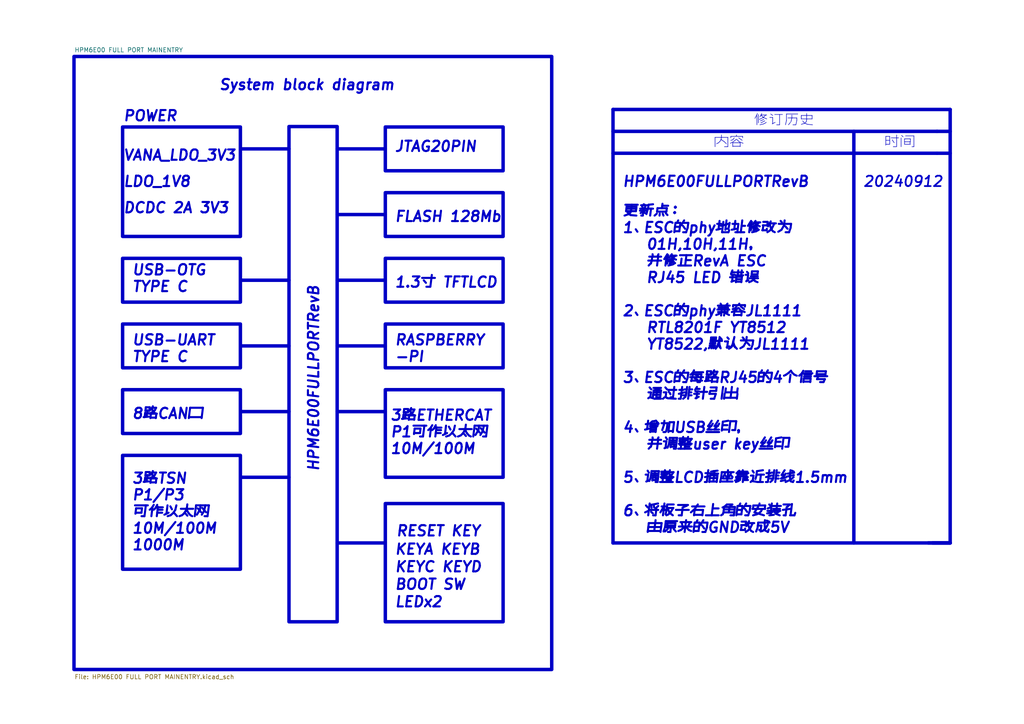
<source format=kicad_sch>
(kicad_sch (version 20230121) (generator eeschema)
  (paper "A4")
  (title_block (title "HPM6E00FULLPORTRevB") (date "2024-09-12") (rev "RevA") (comment 1 "System block diagram"))
  (lib_symbols)
  (polyline (pts (xy 97.79 62.23) (xy 111.76 62.23)) (stroke (width 1)))
  (polyline (pts (xy 97.79 157.48) (xy 111.76 157.48)) (stroke (width 1)))
  (polyline (pts (xy 97.79 100.33) (xy 111.76 100.33)) (stroke (width 1)))
  (polyline (pts (xy 275.59 31.75) (xy 275.59 157.48)) (stroke (width 1) (type solid)))
  (polyline (pts (xy 97.79 81.28) (xy 111.76 81.28)) (stroke (width 1)))
  (polyline (pts (xy 177.8 44.45) (xy 271.78 44.45)) (stroke (width 1) (type solid)))
  (polyline (pts (xy 247.65 38.1) (xy 247.65 157.48)) (stroke (width 1) (type solid)))
  (polyline (pts (xy 275.59 157.48) (xy 177.8 157.48)) (stroke (width 1) (type solid)))
  (polyline (pts (xy 270.51 157.48) (xy 275.59 157.48)) (stroke (width 1)))
  (polyline (pts (xy 177.8 38.1) (xy 271.78 38.1)) (stroke (width 1) (type solid)))
  (polyline (pts (xy 69.85 43.18) (xy 83.82 43.18)) (stroke (width 1)))
  (polyline (pts (xy 177.8 31.75) (xy 177.8 157.48)) (stroke (width 1) (type solid)))
  (polyline (pts (xy 69.85 81.28) (xy 83.82 81.28)) (stroke (width 1)))
  (polyline (pts (xy 97.79 43.18) (xy 111.76 43.18)) (stroke (width 1)))
  (polyline (pts (xy 69.85 138.43) (xy 83.82 138.43)) (stroke (width 1)))
  (polyline (pts (xy 177.8 31.75) (xy 275.59 31.75)) (stroke (width 1) (type solid)))
  (polyline (pts (xy 69.85 100.33) (xy 83.82 100.33)) (stroke (width 1)))
  (polyline (pts (xy 69.85 119.38) (xy 83.82 119.38)) (stroke (width 1)))
  (polyline (pts (xy 271.78 38.1) (xy 275.59 38.1)) (stroke (width 1) (type solid)))
  (polyline (pts (xy 271.78 44.45) (xy 275.59 44.45)) (stroke (width 1) (type solid)))
  (polyline (pts (xy 97.79 119.38) (xy 111.76 119.38)) (stroke (width 1)))
  (polyline (pts (xy 269.24 157.48) (xy 275.59 157.48)) (stroke (width 1)))
  (rectangle (start 111.76 55.88) (end 145.923 68.58) (stroke (width 1)))
  (rectangle (start 35.56 36.83) (end 69.723 68.58) (stroke (width 1)))
  (rectangle (start 35.56 93.98) (end 69.723 106.68) (stroke (width 1)))
  (rectangle (start 21.463 16.383) (end 160.02 194.183) (stroke (width 1)))
  (rectangle (start 35.56 132.08) (end 69.723 165.1) (stroke (width 1)))
  (rectangle (start 111.76 113.03) (end 145.923 138.43) (stroke (width 1)))
  (rectangle (start 35.56 113.03) (end 69.723 125.73) (stroke (width 1)))
  (rectangle (start 111.76 146.05) (end 145.923 180.34) (stroke (width 1)))
  (rectangle (start 35.56 74.93) (end 69.723 87.63) (stroke (width 1)))
  (rectangle (start 111.76 36.83) (end 145.923 49.53) (stroke (width 1)))
  (rectangle (start 111.76 93.98) (end 145.923 106.68) (stroke (width 1)))
  (rectangle (start 111.76 74.93) (end 145.923 87.63) (stroke (width 1)))
  (rectangle (start 83.82 36.703) (end 97.79 180.34) (stroke (width 1)))
  (text "HPM6E00FULLPORTRevB" (at 180.34 54.61 0) (effects (font (size 3 3) (thickness 0.6) bold italic) (justify left bottom)))
  (text "VANA_LDO_3V3" (at 35.56 46.99 0) (effects (font (size 3 3) (thickness 0.6) bold italic) (justify left bottom)))
  (text "USB-OTG\nTYPE C\n" (at 38.1 85.09 0) (effects (font (size 3 3) (thickness 0.6) bold italic) (justify left bottom)))
  (text "HPM6E00FULLPORTRevB" (at 92.71 137.16 90) (effects (font (size 3 3) (thickness 0.6) bold italic) (justify left bottom)))
  (text "时间" (at 256.54 43.18 0) (effects (font (size 3 3)) (justify left bottom)))
  (text "3路ETHERCAT\nP1可作以太网\n10M/100M" (at 113.03 132.08 0) (effects (font (size 3 3) (thickness 0.6) bold italic) (justify left bottom)))
  (text "DCDC 2A 3V3" (at 35.56 62.23 0) (effects (font (size 3 3) (thickness 0.6) bold italic) (justify left bottom)))
  (text "USB-UART\nTYPE C\n" (at 38.1 105.41 0) (effects (font (size 3 3) (thickness 0.6) bold italic) (justify left bottom)))
  (text "更新点：\n1、ESC的phy地址修改为\n   01H,10H,11H，\n   并修正RevA ESC \n   RJ45 LED 错误\n\n2、ESC的phy兼容JL1111 \n   RTL8201F YT8512 \n   YT8522,默认为JL1111\n\n3、ESC的每路RJ45的4个信号\n   通过排针引出\n\n4、增加USB丝印，\n   并调整user key丝印\n\n5、调整LCD插座靠近排线1.5mm\n\n6、将板子右上角的安装孔\n   由原来的GND改成5V" (at 180.34 154.94 0) (effects (font (size 3 3) (thickness 0.6) bold italic) (justify left bottom)))
  (text "内容" (at 207.01 43.18 0) (effects (font (size 3 3)) (justify left bottom)))
  (text "POWER" (at 35.56 35.56 0) (effects (font (size 3 3) (thickness 0.6) bold italic) (justify left bottom)))
  (text "FLASH 128Mb\n" (at 114.3 64.77 0) (effects (font (size 3 3) (thickness 0.6) bold italic) (justify left bottom)))
  (text "KEYA KEYB" (at 114.3 161.29 0) (effects (font (size 3 3) (thickness 0.6) bold italic) (justify left bottom)))
  (text "System block diagram" (at 63.373 26.543 0) (effects (font (size 3 3) (thickness 0.6) bold italic) (justify left bottom)))
  (text "1.3寸 TFTLCD" (at 114.3 83.82 0) (effects (font (size 3 3) (thickness 0.6) bold italic) (justify left bottom)))
  (text "LDO_1V8" (at 35.56 54.61 0) (effects (font (size 3 3) (thickness 0.6) bold italic) (justify left bottom)))
  (text "20240912" (at 250.19 54.61 0) (effects (font (size 3 3) (thickness 0.5) bold italic) (justify left bottom)))
  (text "JTAG20PIN\n" (at 114.3 44.45 0) (effects (font (size 3 3) (thickness 0.6) bold italic) (justify left bottom)))
  (text "RASPBERRY\n-PI" (at 114.3 105.41 0) (effects (font (size 3 3) (thickness 0.6) bold italic) (justify left bottom)))
  (text "3路TSN\nP1/P3\n可作以太网\n10M/100M\n1000M" (at 38.1 160.02 0) (effects (font (size 3 3) (thickness 0.6) bold italic) (justify left bottom)))
  (text "BOOT SW\n" (at 114.3 171.45 0) (effects (font (size 3 3) (thickness 0.6) bold italic) (justify left bottom)))
  (text "修订历史\n" (at 218.44 36.83 0) (effects (font (size 3 3)) (justify left bottom)))
  (text "8路CAN口" (at 38.1 121.92 0) (effects (font (size 3 3) (thickness 0.6) bold italic) (justify left bottom)))
  (text "KEYC KEYD" (at 114.3 166.37 0) (effects (font (size 3 3) (thickness 0.6) bold italic) (justify left bottom)))
  (text "LEDx2" (at 114.3 176.53 0) (effects (font (size 3 3) (thickness 0.6) bold italic) (justify left bottom)))
  (text "RESET KEY\n" (at 114.681 155.956 0) (effects (font (size 3 3) (thickness 0.6) bold italic) (justify left bottom)))
  (sheet (at 21.463 16.51) (size 138.557 177.8) (stroke (width 0.1524))
    (property "Sheetname" "HPM6E00 FULL PORT MAINENTRY" (at 21.59 15.24 0) (effects (justify left bottom)))
    (property "Sheetfile" "HPM6E00 FULL PORT MAINENTRY.kicad_sch" (at 21.59 195.58 0) (effects (justify left top)))
  )
)
</source>
